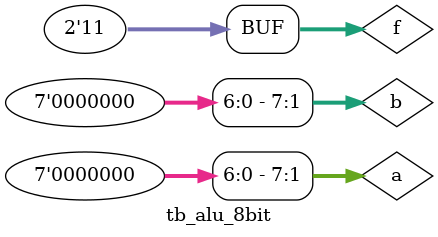
<source format=sv>
`timescale 1ns / 1 ps
module tb_alu_8bit();

reg [7:0] a, b;
reg [0:1] f;
reg cin;

wire [7:0] out;
wire cout;

  alu_8bit alu_8bit0(cin, a, b, f, out, cout);

initial begin
  f   = 2'b00;
  a   = 8'h00;
  b   = 8'h00;
  cin = 8'h00;

  for(int i = 0; i <= 3; i++) begin
    f = i;
    repeat(30) begin
      a   = $random;
      b   = $random;
      cin = $random;
      #200;
    end
    $display("");
  end
end
always @(a or b or cin or f) begin
  #150;
  case (f)
    2'b00:  begin //not
              if(out == ~(a)) begin
                $display("pass_not\t\ta=%h\tb=%h\tcin=%h\tout=%h\tcout=%h",a, b, cin, out, cout);
              end else begin
                $display("__false_not\t\ta=%h\tb=%h\tcin=%h\tout=%h\tcout=%h___expect:%h",a, b, cin, out, cout, !(a));
              end
            end
    2'b01:  begin//or
              if(out == (a | b)) begin
                $display("pass_or\t\ta=%h\tb=%h\tcin=%h\tout=%h\tcout=%h",a, b, cin, out, cout);
              end else begin
                $display("__false_or\t\ta=%h\tb=%h\tcin=%h\tout=%h\tcout=%h___expect:%h",a, b, cin, out, cout, (a || b));
              end
            end
    2'b10:  begin//and
              if(out == (a & b)) begin
                $display("pass_and\t\ta=%h\tb=%h\tcin=%h\tout=%h\tcout=%h",a, b, cin, out, cout);
              end else begin
                $display("__false_and\t\ta=%h\tb=%h\tcin=%h\tout=%h\tcout=%h___expect:%h",a, b, cin, out, cout, (a & b));
              end
            end
    2'b11:  begin//add
              if({cout, out} == (a + b + cin)) begin
                $display("pass_add\t\ta=%h\tb=%h\tcin=%h\tout=%h\tcout=%h",a, b, cin, out, cout);
              end else begin
                $display("__false_add\t\ta=%h\tb=%h\tcin=%h\tout=%h\tcout=%h___expect:%b",a, b, cin, out, cout, (a + b + cin));
              end
            end
  endcase
end
endmodule

</source>
